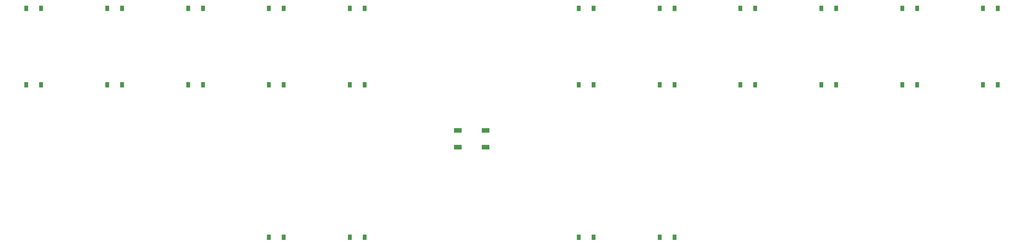
<source format=gbr>
%TF.GenerationSoftware,KiCad,Pcbnew,9.0.0*%
%TF.CreationDate,2025-03-10T18:29:08+01:00*%
%TF.ProjectId,pcb,7063622e-6b69-4636-9164-5f7063625858,v1.0.0*%
%TF.SameCoordinates,Original*%
%TF.FileFunction,Paste,Top*%
%TF.FilePolarity,Positive*%
%FSLAX46Y46*%
G04 Gerber Fmt 4.6, Leading zero omitted, Abs format (unit mm)*
G04 Created by KiCad (PCBNEW 9.0.0) date 2025-03-10 18:29:08*
%MOMM*%
%LPD*%
G01*
G04 APERTURE LIST*
%ADD10R,1.800000X1.100000*%
%ADD11R,0.900000X1.200000*%
G04 APERTURE END LIST*
D10*
%TO.C,B1*%
X194400000Y-115150000D03*
X200600000Y-115150000D03*
X194400000Y-118850000D03*
X200600000Y-118850000D03*
%TD*%
D11*
%TO.C,D13*%
X239350000Y-105000000D03*
X242650000Y-105000000D03*
%TD*%
%TO.C,D14*%
X239350000Y-88000000D03*
X242650000Y-88000000D03*
%TD*%
%TO.C,D5*%
X134350000Y-105000000D03*
X137650000Y-105000000D03*
%TD*%
%TO.C,D24*%
X170350000Y-139000000D03*
X173650000Y-139000000D03*
%TD*%
%TO.C,D17*%
X275350000Y-105000000D03*
X278650000Y-105000000D03*
%TD*%
%TO.C,D1*%
X98350000Y-105000000D03*
X101650000Y-105000000D03*
%TD*%
%TO.C,D16*%
X257350000Y-88000000D03*
X260650000Y-88000000D03*
%TD*%
%TO.C,D22*%
X311350000Y-88000000D03*
X314650000Y-88000000D03*
%TD*%
%TO.C,D19*%
X293350000Y-105000000D03*
X296650000Y-105000000D03*
%TD*%
%TO.C,D2*%
X98350000Y-88000000D03*
X101650000Y-88000000D03*
%TD*%
%TO.C,D9*%
X170350000Y-105000000D03*
X173650000Y-105000000D03*
%TD*%
%TO.C,D20*%
X293350000Y-88000000D03*
X296650000Y-88000000D03*
%TD*%
%TO.C,D3*%
X116350000Y-105000000D03*
X119650000Y-105000000D03*
%TD*%
%TO.C,D26*%
X239350000Y-139000000D03*
X242650000Y-139000000D03*
%TD*%
%TO.C,D21*%
X311350000Y-105000000D03*
X314650000Y-105000000D03*
%TD*%
%TO.C,D12*%
X221350000Y-88000000D03*
X224650000Y-88000000D03*
%TD*%
%TO.C,D11*%
X221350000Y-105000000D03*
X224650000Y-105000000D03*
%TD*%
%TO.C,D15*%
X257350000Y-105000000D03*
X260650000Y-105000000D03*
%TD*%
%TO.C,D7*%
X152350000Y-105000000D03*
X155650000Y-105000000D03*
%TD*%
%TO.C,D25*%
X221350000Y-139000000D03*
X224650000Y-139000000D03*
%TD*%
%TO.C,D6*%
X134350000Y-88000000D03*
X137650000Y-88000000D03*
%TD*%
%TO.C,D4*%
X116350000Y-88000000D03*
X119650000Y-88000000D03*
%TD*%
%TO.C,D18*%
X275350000Y-88000000D03*
X278650000Y-88000000D03*
%TD*%
%TO.C,D10*%
X170350000Y-88000000D03*
X173650000Y-88000000D03*
%TD*%
%TO.C,D23*%
X152350000Y-139000000D03*
X155650000Y-139000000D03*
%TD*%
%TO.C,D8*%
X152350000Y-88000000D03*
X155650000Y-88000000D03*
%TD*%
M02*

</source>
